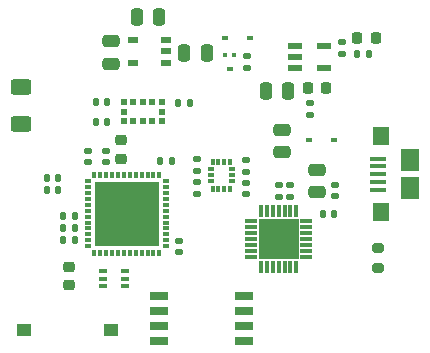
<source format=gbr>
%TF.GenerationSoftware,KiCad,Pcbnew,(6.0.0)*%
%TF.CreationDate,2022-04-21T21:51:44+01:00*%
%TF.ProjectId,Tracer,54726163-6572-42e6-9b69-6361645f7063,C*%
%TF.SameCoordinates,Original*%
%TF.FileFunction,Paste,Top*%
%TF.FilePolarity,Positive*%
%FSLAX46Y46*%
G04 Gerber Fmt 4.6, Leading zero omitted, Abs format (unit mm)*
G04 Created by KiCad (PCBNEW (6.0.0)) date 2022-04-21 21:51:44*
%MOMM*%
%LPD*%
G01*
G04 APERTURE LIST*
G04 Aperture macros list*
%AMRoundRect*
0 Rectangle with rounded corners*
0 $1 Rounding radius*
0 $2 $3 $4 $5 $6 $7 $8 $9 X,Y pos of 4 corners*
0 Add a 4 corners polygon primitive as box body*
4,1,4,$2,$3,$4,$5,$6,$7,$8,$9,$2,$3,0*
0 Add four circle primitives for the rounded corners*
1,1,$1+$1,$2,$3*
1,1,$1+$1,$4,$5*
1,1,$1+$1,$6,$7*
1,1,$1+$1,$8,$9*
0 Add four rect primitives between the rounded corners*
20,1,$1+$1,$2,$3,$4,$5,0*
20,1,$1+$1,$4,$5,$6,$7,0*
20,1,$1+$1,$6,$7,$8,$9,0*
20,1,$1+$1,$8,$9,$2,$3,0*%
G04 Aperture macros list end*
%ADD10RoundRect,0.140000X-0.140000X-0.170000X0.140000X-0.170000X0.140000X0.170000X-0.140000X0.170000X0*%
%ADD11RoundRect,0.135000X0.135000X0.185000X-0.135000X0.185000X-0.135000X-0.185000X0.135000X-0.185000X0*%
%ADD12RoundRect,0.140000X0.170000X-0.140000X0.170000X0.140000X-0.170000X0.140000X-0.170000X-0.140000X0*%
%ADD13RoundRect,0.250000X0.475000X-0.250000X0.475000X0.250000X-0.475000X0.250000X-0.475000X-0.250000X0*%
%ADD14RoundRect,0.250000X0.250000X0.475000X-0.250000X0.475000X-0.250000X-0.475000X0.250000X-0.475000X0*%
%ADD15R,0.600000X0.450000*%
%ADD16R,0.400000X0.450000*%
%ADD17R,0.500000X0.450000*%
%ADD18RoundRect,0.135000X-0.135000X-0.185000X0.135000X-0.185000X0.135000X0.185000X-0.135000X0.185000X0*%
%ADD19RoundRect,0.250000X-0.250000X-0.475000X0.250000X-0.475000X0.250000X0.475000X-0.250000X0.475000X0*%
%ADD20RoundRect,0.225000X0.250000X-0.225000X0.250000X0.225000X-0.250000X0.225000X-0.250000X-0.225000X0*%
%ADD21R,0.500000X0.500000*%
%ADD22RoundRect,0.135000X-0.185000X0.135000X-0.185000X-0.135000X0.185000X-0.135000X0.185000X0.135000X0*%
%ADD23R,0.350000X0.575000*%
%ADD24R,0.575000X0.350000*%
%ADD25R,1.350000X0.400000*%
%ADD26R,1.400000X1.600000*%
%ADD27R,1.600000X1.900000*%
%ADD28R,1.200000X0.600000*%
%ADD29RoundRect,0.140000X0.140000X0.170000X-0.140000X0.170000X-0.140000X-0.170000X0.140000X-0.170000X0*%
%ADD30RoundRect,0.218750X-0.218750X-0.256250X0.218750X-0.256250X0.218750X0.256250X-0.218750X0.256250X0*%
%ADD31RoundRect,0.135000X0.185000X-0.135000X0.185000X0.135000X-0.185000X0.135000X-0.185000X-0.135000X0*%
%ADD32RoundRect,0.140000X-0.170000X0.140000X-0.170000X-0.140000X0.170000X-0.140000X0.170000X0.140000X0*%
%ADD33R,1.200000X1.000000*%
%ADD34R,1.000000X0.300000*%
%ADD35R,0.300000X1.000000*%
%ADD36R,3.350000X3.350000*%
%ADD37RoundRect,0.250000X-0.625000X0.400000X-0.625000X-0.400000X0.625000X-0.400000X0.625000X0.400000X0*%
%ADD38R,0.650000X0.400000*%
%ADD39R,0.550000X0.350000*%
%ADD40R,0.350000X0.550000*%
%ADD41R,5.500000X5.500000*%
%ADD42RoundRect,0.225000X-0.250000X0.225000X-0.250000X-0.225000X0.250000X-0.225000X0.250000X0.225000X0*%
%ADD43RoundRect,0.200000X-0.275000X0.200000X-0.275000X-0.200000X0.275000X-0.200000X0.275000X0.200000X0*%
%ADD44R,0.900000X0.600000*%
%ADD45R,1.650000X0.650000*%
G04 APERTURE END LIST*
D10*
%TO.C,C15*%
X142320000Y-95100000D03*
X143280000Y-95100000D03*
%TD*%
D11*
%TO.C,R10*%
X135110000Y-99750000D03*
X134090000Y-99750000D03*
%TD*%
D12*
%TO.C,C1*%
X149600000Y-97900000D03*
X149600000Y-96940000D03*
%TD*%
D13*
%TO.C,C16*%
X138195000Y-86850000D03*
X138195000Y-84950000D03*
%TD*%
D14*
%TO.C,C5*%
X153155000Y-89200000D03*
X151255000Y-89200000D03*
%TD*%
D15*
%TO.C,D1*%
X154900000Y-93300000D03*
X157000000Y-93300000D03*
%TD*%
D16*
%TO.C,Q2*%
X148600000Y-86125000D03*
X147800000Y-86125000D03*
D17*
X148200000Y-87275000D03*
%TD*%
D18*
%TO.C,R7*%
X134090000Y-100750000D03*
X135110000Y-100750000D03*
%TD*%
D13*
%TO.C,C3*%
X152650000Y-94350000D03*
X152650000Y-92450000D03*
%TD*%
D19*
%TO.C,C6*%
X140345000Y-82900000D03*
X142245000Y-82900000D03*
%TD*%
D20*
%TO.C,C14*%
X139000000Y-94875000D03*
X139000000Y-93325000D03*
%TD*%
D21*
%TO.C,IC4*%
X139250000Y-90131885D03*
X140050000Y-90131885D03*
X140850000Y-90131885D03*
X141650000Y-90131885D03*
X142450000Y-90131885D03*
X142450000Y-90931885D03*
X142450000Y-91731885D03*
X141650000Y-91731885D03*
X140850000Y-91731885D03*
X140050000Y-91731885D03*
X139250000Y-91731885D03*
X139250000Y-90931885D03*
%TD*%
D22*
%TO.C,R12*%
X153350000Y-97090000D03*
X153350000Y-98110000D03*
%TD*%
D23*
%TO.C,IC1*%
X146750000Y-97463000D03*
X147250000Y-97463000D03*
X147750000Y-97463000D03*
X148250000Y-97463000D03*
D24*
X148412000Y-96800000D03*
X148412000Y-96300000D03*
X148412000Y-95800000D03*
D23*
X148250000Y-95137000D03*
X147750000Y-95137000D03*
X147250000Y-95137000D03*
X146750000Y-95137000D03*
D24*
X146588000Y-95800000D03*
X146588000Y-96300000D03*
X146588000Y-96800000D03*
%TD*%
D25*
%TO.C,J1*%
X160800000Y-97500000D03*
X160800000Y-96850000D03*
X160800000Y-96200000D03*
X160800000Y-95550000D03*
X160800000Y-94900000D03*
D26*
X161025000Y-99400000D03*
D27*
X163475000Y-97400000D03*
X163475000Y-95000000D03*
D26*
X161025000Y-93000000D03*
%TD*%
D28*
%TO.C,IC5*%
X153705000Y-85350000D03*
X153705000Y-86300000D03*
X153705000Y-87250000D03*
X156205000Y-87250000D03*
X156205000Y-85350000D03*
%TD*%
D18*
%TO.C,R16*%
X143840000Y-90150000D03*
X144860000Y-90150000D03*
%TD*%
D11*
%TO.C,R2*%
X160010000Y-86000000D03*
X158990000Y-86000000D03*
%TD*%
D12*
%TO.C,C10*%
X137700000Y-95180000D03*
X137700000Y-94220000D03*
%TD*%
D13*
%TO.C,C18*%
X155600000Y-97750000D03*
X155600000Y-95850000D03*
%TD*%
D12*
%TO.C,C13*%
X136200000Y-95180000D03*
X136200000Y-94220000D03*
%TD*%
D29*
%TO.C,C20*%
X137830000Y-91750000D03*
X136870000Y-91750000D03*
%TD*%
D30*
%TO.C,D2*%
X159012500Y-84700000D03*
X160587500Y-84700000D03*
%TD*%
D22*
%TO.C,R4*%
X145400000Y-94890000D03*
X145400000Y-95910000D03*
%TD*%
D31*
%TO.C,R6*%
X157700000Y-86000000D03*
X157700000Y-84980000D03*
%TD*%
%TO.C,R3*%
X155000000Y-91210000D03*
X155000000Y-90190000D03*
%TD*%
D32*
%TO.C,C2*%
X149600000Y-95020000D03*
X149600000Y-95980000D03*
%TD*%
D33*
%TO.C,S1*%
X138150000Y-109400000D03*
X130750000Y-109400000D03*
%TD*%
D30*
%TO.C,D4*%
X154812500Y-88900000D03*
X156387500Y-88900000D03*
%TD*%
D15*
%TO.C,D3*%
X147850000Y-84700000D03*
X149950000Y-84700000D03*
%TD*%
D31*
%TO.C,R1*%
X149700000Y-87210000D03*
X149700000Y-86190000D03*
%TD*%
D29*
%TO.C,C19*%
X137830000Y-90050000D03*
X136870000Y-90050000D03*
%TD*%
D34*
%TO.C,IC8*%
X154700000Y-103200000D03*
X154700000Y-102700000D03*
X154700000Y-102200000D03*
X154700000Y-101700000D03*
X154700000Y-101200000D03*
X154700000Y-100700000D03*
X154700000Y-100200000D03*
D35*
X153850000Y-99350000D03*
X153350000Y-99350000D03*
X152850000Y-99350000D03*
X152350000Y-99350000D03*
X151850000Y-99350000D03*
X151350000Y-99350000D03*
X150850000Y-99350000D03*
D34*
X150000000Y-100200000D03*
X150000000Y-100700000D03*
X150000000Y-101200000D03*
X150000000Y-101700000D03*
X150000000Y-102200000D03*
X150000000Y-102700000D03*
X150000000Y-103200000D03*
D35*
X150850000Y-104050000D03*
X151350000Y-104050000D03*
X151850000Y-104050000D03*
X152350000Y-104050000D03*
X152850000Y-104050000D03*
X153350000Y-104050000D03*
X153850000Y-104050000D03*
D36*
X152350000Y-101700000D03*
%TD*%
D29*
%TO.C,C12*%
X133680000Y-96500000D03*
X132720000Y-96500000D03*
%TD*%
D37*
%TO.C,AE1*%
X130500000Y-88850000D03*
X130500000Y-91950000D03*
%TD*%
D11*
%TO.C,R9*%
X135110000Y-101800000D03*
X134090000Y-101800000D03*
%TD*%
D38*
%TO.C,Q1*%
X139350000Y-105700000D03*
X139350000Y-105050000D03*
X139350000Y-104400000D03*
X137450000Y-104400000D03*
X137450000Y-105050000D03*
X137450000Y-105700000D03*
%TD*%
D39*
%TO.C,IC3*%
X136200000Y-96800000D03*
X136200000Y-97300000D03*
X136200000Y-97800000D03*
X136200000Y-98300000D03*
X136200000Y-98800000D03*
X136200000Y-99300000D03*
X136200000Y-99800000D03*
X136200000Y-100300000D03*
X136200000Y-100800000D03*
X136200000Y-101300000D03*
X136200000Y-101800000D03*
X136200000Y-102300000D03*
D40*
X136750000Y-102850000D03*
X137250000Y-102850000D03*
X137750000Y-102850000D03*
X138250000Y-102850000D03*
X138750000Y-102850000D03*
X139250000Y-102850000D03*
X139750000Y-102850000D03*
X140250000Y-102850000D03*
X140750000Y-102850000D03*
X141250000Y-102850000D03*
X141750000Y-102850000D03*
X142250000Y-102850000D03*
D39*
X142800000Y-102300000D03*
X142800000Y-101800000D03*
X142800000Y-101300000D03*
X142800000Y-100800000D03*
X142800000Y-100300000D03*
X142800000Y-99800000D03*
X142800000Y-99300000D03*
X142800000Y-98800000D03*
X142800000Y-98300000D03*
X142800000Y-97800000D03*
X142800000Y-97300000D03*
X142800000Y-96800000D03*
D40*
X142250000Y-96250000D03*
X141750000Y-96250000D03*
X141250000Y-96250000D03*
X140750000Y-96250000D03*
X140250000Y-96250000D03*
X139750000Y-96250000D03*
X139250000Y-96250000D03*
X138750000Y-96250000D03*
X138250000Y-96250000D03*
X137750000Y-96250000D03*
X137250000Y-96250000D03*
X136750000Y-96250000D03*
D41*
X139494000Y-99537000D03*
%TD*%
D10*
%TO.C,C17*%
X156070000Y-99550000D03*
X157030000Y-99550000D03*
%TD*%
D42*
%TO.C,C7*%
X134600000Y-104025000D03*
X134600000Y-105575000D03*
%TD*%
D31*
%TO.C,R5*%
X145400000Y-97920000D03*
X145400000Y-96900000D03*
%TD*%
D12*
%TO.C,C8*%
X157100000Y-98060000D03*
X157100000Y-97100000D03*
%TD*%
D14*
%TO.C,C4*%
X146245000Y-85900000D03*
X144345000Y-85900000D03*
%TD*%
D43*
%TO.C,R8*%
X160800000Y-102475000D03*
X160800000Y-104125000D03*
%TD*%
D44*
%TO.C,IC6*%
X142795000Y-86750000D03*
X142795000Y-85800000D03*
X142795000Y-84850000D03*
X139995000Y-84850000D03*
X139995000Y-86750000D03*
%TD*%
D31*
%TO.C,R13*%
X152350000Y-98120000D03*
X152350000Y-97100000D03*
%TD*%
D45*
%TO.C,IC2*%
X142200000Y-106495000D03*
X142200000Y-107765000D03*
X142200000Y-109035000D03*
X142200000Y-110305000D03*
X149400000Y-110305000D03*
X149400000Y-109035000D03*
X149400000Y-107765000D03*
X149400000Y-106495000D03*
%TD*%
D32*
%TO.C,C11*%
X143900000Y-101870000D03*
X143900000Y-102830000D03*
%TD*%
D29*
%TO.C,C9*%
X133680000Y-97500000D03*
X132720000Y-97500000D03*
%TD*%
M02*

</source>
